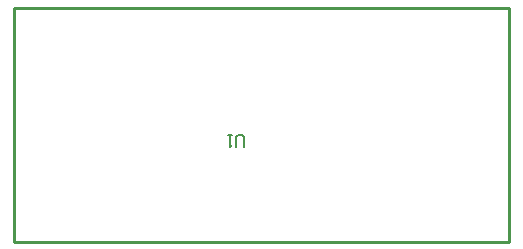
<source format=gm1>
G04*
G04 #@! TF.GenerationSoftware,Altium Limited,Altium Designer,23.3.1 (30)*
G04*
G04 Layer_Color=16711935*
%FSLAX44Y44*%
%MOMM*%
G71*
G04*
G04 #@! TF.SameCoordinates,7D95EF5C-A674-4E58-8619-D26F187C42BB*
G04*
G04*
G04 #@! TF.FilePolarity,Positive*
G04*
G01*
G75*
%ADD15C,0.2540*%
%ADD46C,0.1778*%
D15*
X241300Y269240D02*
Y467360D01*
X660400D01*
Y269240D02*
Y467360D01*
X241300Y269240D02*
X660400D01*
D46*
X436320Y349143D02*
Y357607D01*
X434627Y359300D01*
X431242D01*
X429549Y357607D01*
Y349143D01*
X426163Y359300D02*
X422778D01*
X424470D01*
Y349143D01*
X426163Y350836D01*
M02*

</source>
